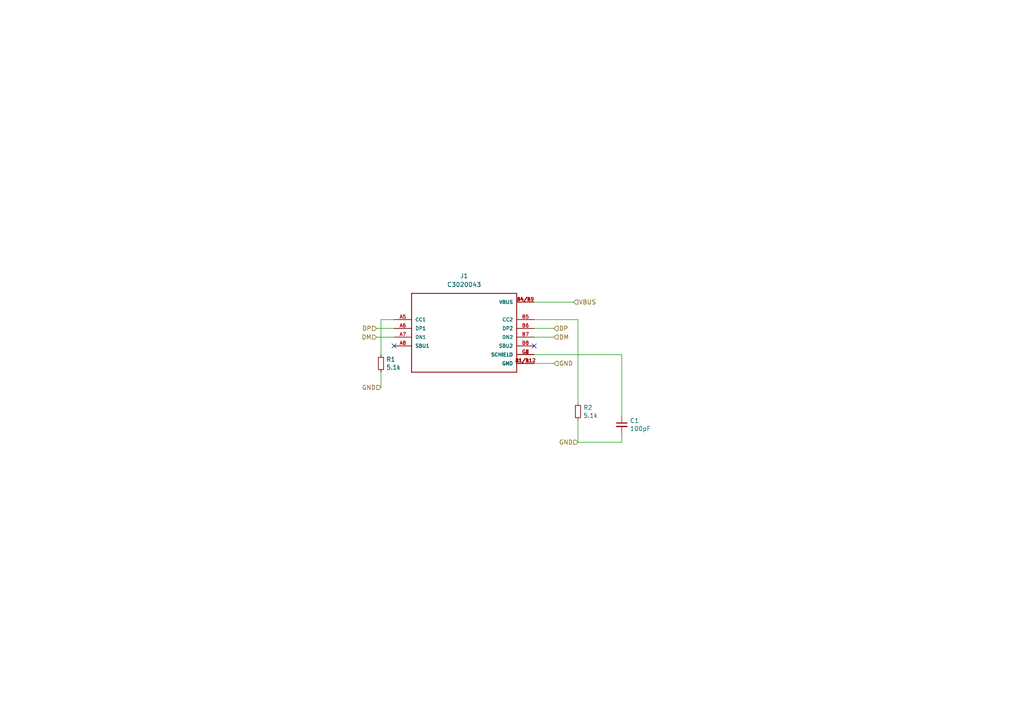
<source format=kicad_sch>
(kicad_sch (version 20250114) (generator "eeschema") (generator_version "9.0")
  (paper "A4")
  (lib_symbols
    (symbol "Device:C_Small" (pin_numbers (hide yes)) (pin_names (offset 0.254) (hide yes))
      (property "Reference" "C" (at 0.254 1.778 0))
      (property "Value" "C_Small" (at 0.254 -2.032 0))
      (symbol "C_Small_0_1"
        (polyline (pts (xy -1.524 0.508) (xy 1.524 0.508)) (stroke (width 0.3048)))
        (polyline (pts (xy -1.524 -0.508) (xy 1.524 -0.508)) (stroke (width 0.3302)))
      )
      (symbol "C_Small_1_1"
        (pin passive line (at 0 2.54 270) (length 2.032) (name "~") (number "1"))
        (pin passive line (at 0 -2.54 90) (length 2.032) (name "~") (number "2"))
      )
    )
    (symbol "Device:R_Small" (pin_numbers (hide yes)) (pin_names (offset 0.254) (hide yes))
      (property "Reference" "R" (at 0.762 0.508 0))
      (property "Value" "R_Small" (at 0.762 -1.016 0))
      (symbol "R_Small_0_1"
        (rectangle (start -0.762 1.778) (end 0.762 -1.778) (stroke (width 0.2032)))
      )
      (symbol "R_Small_1_1"
        (pin passive line (at 0 2.54 270) (length 0.762) (name "~") (number "1"))
        (pin passive line (at 0 -2.54 90) (length 0.762) (name "~") (number "2"))
      )
    )
    (symbol "b051:USB4105-GF-A" (pin_names (offset 1.016))
      (property "Reference" "J2" (at 0 16.9418 0))
      (property "Value" "USB4105-GF-A" (at 0 14.6304 0))
      (symbol "USB4105-GF-A_0_0"
        (polyline (pts (xy -15.24 12.7) (xy 15.24 12.7)) (stroke (width 0.254)))
        (polyline (pts (xy -15.24 -10.16) (xy -15.24 12.7)) (stroke (width 0.254)))
        (polyline (pts (xy 15.24 12.7) (xy 15.24 -10.16)) (stroke (width 0.254)))
        (polyline (pts (xy 15.24 -10.16) (xy -15.24 -10.16)) (stroke (width 0.254)))
        (pin bidirectional line (at -20.32 5.08 0) (length 5.08) (name "CC1") (number "A5"))
        (pin bidirectional line (at -20.32 2.54 0) (length 5.08) (name "DP1") (number "A6"))
        (pin bidirectional line (at -20.32 0 0) (length 5.08) (name "DN1") (number "A7"))
        (pin bidirectional line (at -20.32 -2.54 0) (length 5.08) (name "SBU1") (number "A8"))
        (pin power_in line (at 20.32 10.16 180) (length 5.08) (name "VBUS") (number "A4/B9"))
        (pin power_in line (at 20.32 10.16 180) (length 5.08) (name "VBUS") (number "B4/A9"))
        (pin bidirectional line (at 20.32 5.08 180) (length 5.08) (name "CC2") (number "B5"))
        (pin bidirectional line (at 20.32 2.54 180) (length 5.08) (name "DP2") (number "B6"))
        (pin bidirectional line (at 20.32 0 180) (length 5.08) (name "DN2") (number "B7"))
        (pin bidirectional line (at 20.32 -2.54 180) (length 5.08) (name "SBU2") (number "B8"))
        (pin power_in line (at 20.32 -5.08 180) (length 5.08) (name "SCHIELD") (number "G1"))
        (pin power_in line (at 20.32 -5.08 180) (length 5.08) (name "SCHIELD") (number "G2"))
        (pin power_in line (at 20.32 -5.08 180) (length 5.08) (name "SCHIELD") (number "G3"))
        (pin power_in line (at 20.32 -5.08 180) (length 5.08) (name "SCHIELD") (number "G4"))
        (pin power_in line (at 20.32 -7.62 180) (length 5.08) (name "GND") (number "A1/B12"))
        (pin power_in line (at 20.32 -7.62 180) (length 5.08) (name "GND") (number "B1/A12"))
      )
    )
  )
  (no_connect (at 114.3 100.33))
  (no_connect (at 154.94 100.33))
  (wire (pts (xy 154.94 95.25) (xy 160.655 95.25)))
  (wire (pts (xy 109.22 95.25) (xy 114.3 95.25)))
  (wire (pts (xy 167.64 128.27) (xy 167.64 121.92)))
  (wire (pts (xy 154.94 102.87) (xy 180.34 102.87)))
  (wire (pts (xy 154.94 105.41) (xy 160.655 105.41)))
  (wire (pts (xy 110.49 112.395) (xy 110.49 107.95)))
  (wire (pts (xy 180.34 128.27) (xy 180.34 125.73)))
  (wire (pts (xy 109.22 97.79) (xy 114.3 97.79)))
  (wire (pts (xy 154.94 92.71) (xy 167.64 92.71)))
  (wire (pts (xy 110.49 102.87) (xy 110.49 92.71)))
  (wire (pts (xy 110.49 92.71) (xy 114.3 92.71)))
  (wire (pts (xy 167.64 92.71) (xy 167.64 116.84)))
  (wire (pts (xy 154.94 87.63) (xy 166.37 87.63)))
  (wire (pts (xy 154.94 97.79) (xy 160.655 97.79)))
  (wire (pts (xy 167.64 128.27) (xy 180.34 128.27)))
  (wire (pts (xy 180.34 102.87) (xy 180.34 120.65)))
  (hierarchical_label "GND" (shape input) (at 167.64 128.27 180))
  (hierarchical_label "DM" (shape input) (at 160.655 97.79 0))
  (hierarchical_label "GND" (shape input) (at 160.655 105.41 0))
  (hierarchical_label "DP" (shape input) (at 109.22 95.25 180))
  (hierarchical_label "DP" (shape input) (at 160.655 95.25 0))
  (hierarchical_label "GND" (shape input) (at 110.49 112.395 180))
  (hierarchical_label "VBUS" (shape input) (at 166.37 87.63 0))
  (hierarchical_label "DM" (shape input) (at 109.22 97.79 180))
  (symbol (lib_id "Device:R_Small") (at 110.49 105.41 0) (unit 1)
    (property "Reference" "R1" (at 111.9886 104.2416 0) (effects (justify left)))
    (property "Value" "5.1k" (at 111.9886 106.553 0) (effects (justify left)))
    (property "Footprint" "Resistor_SMD:R_0402_1005Metric" (effects (hide yes)))
    (property "lcsc" "C25905" (effects (hide yes)))
  )
  (symbol (lib_id "Device:C_Small") (at 180.34 123.19 0) (unit 1)
    (property "Reference" "C1" (at 182.6768 122.0216 0) (effects (justify left)))
    (property "Value" "100pF" (at 182.6768 124.333 0) (effects (justify left)))
    (property "Footprint" "Capacitor_SMD:C_0402_1005Metric" (effects (hide yes)))
    (property "lcsc" "C14858" (effects (hide yes)))
  )
  (symbol (lib_id "b051:USB4105-GF-A") (at 134.62 97.79 0) (unit 1)
    (property "Reference" "J1" (at 134.62 80.01 0))
    (property "Value" "C3020043" (at 134.62 82.55 0))
    (property "Footprint" "b142:TYPE-C 16PFS 4J-H7.05 IPX6" (effects (hide yes)))
    (property "lcsc" "C3020043" (effects (hide yes)))
  )
  (symbol (lib_id "Device:R_Small") (at 167.64 119.38 0) (unit 1)
    (property "Reference" "R2" (at 169.1386 118.2116 0) (effects (justify left)))
    (property "Value" "5.1k" (at 169.1386 120.523 0) (effects (justify left)))
    (property "Footprint" "Resistor_SMD:R_0402_1005Metric" (effects (hide yes)))
    (property "lcsc" "C25905" (effects (hide yes)))
  )
)
</source>
